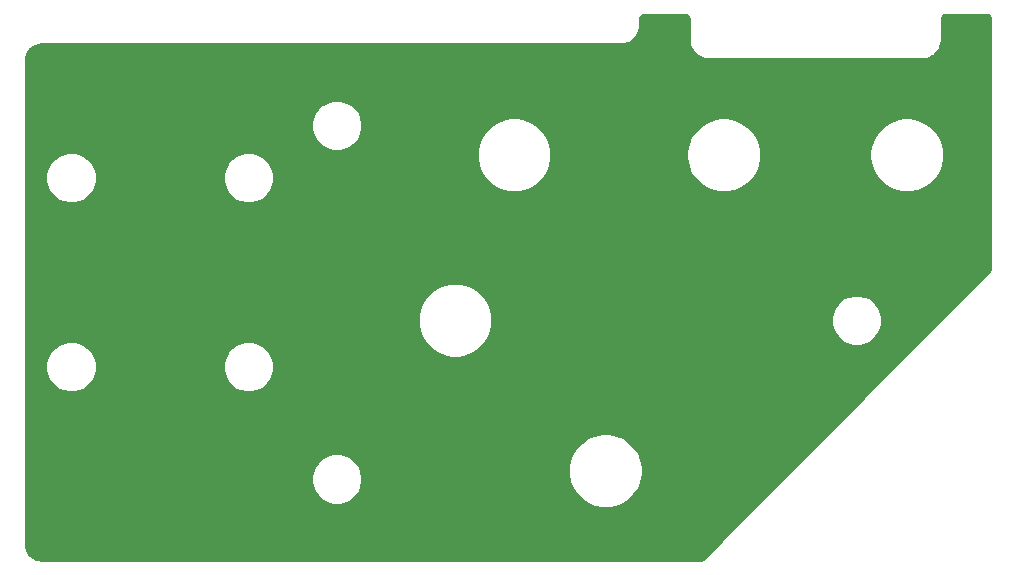
<source format=gbl>
G04 #@! TF.GenerationSoftware,KiCad,Pcbnew,5.1.9+dfsg1-1+deb11u1*
G04 #@! TF.CreationDate,2023-07-28T22:22:45+09:00*
G04 #@! TF.ProjectId,y-carrier,792d6361-7272-4696-9572-2e6b69636164,rev?*
G04 #@! TF.SameCoordinates,Original*
G04 #@! TF.FileFunction,Copper,L2,Bot*
G04 #@! TF.FilePolarity,Positive*
%FSLAX46Y46*%
G04 Gerber Fmt 4.6, Leading zero omitted, Abs format (unit mm)*
G04 Created by KiCad (PCBNEW 5.1.9+dfsg1-1+deb11u1) date 2023-07-28 22:22:45*
%MOMM*%
%LPD*%
G01*
G04 APERTURE LIST*
G04 #@! TA.AperFunction,NonConductor*
%ADD10C,0.254000*%
G04 #@! TD*
G04 #@! TA.AperFunction,NonConductor*
%ADD11C,0.100000*%
G04 #@! TD*
G04 APERTURE END LIST*
D10*
X165691924Y-73219580D02*
X165754856Y-73238580D01*
X165812905Y-73269445D01*
X165863843Y-73310989D01*
X165905748Y-73361644D01*
X165937015Y-73419471D01*
X165956456Y-73482272D01*
X165966500Y-73577836D01*
X165966501Y-75332419D01*
X165969283Y-75360664D01*
X165969240Y-75366801D01*
X165970140Y-75375972D01*
X165990541Y-75570069D01*
X166002568Y-75628658D01*
X166013777Y-75687423D01*
X166016441Y-75696245D01*
X166074153Y-75882683D01*
X166097338Y-75937838D01*
X166119742Y-75993291D01*
X166124068Y-76001427D01*
X166216893Y-76173104D01*
X166250346Y-76222699D01*
X166283100Y-76272753D01*
X166288924Y-76279894D01*
X166413328Y-76430272D01*
X166455763Y-76472411D01*
X166497626Y-76515161D01*
X166504727Y-76521034D01*
X166655969Y-76644384D01*
X166705777Y-76677477D01*
X166755151Y-76711284D01*
X166763257Y-76715667D01*
X166935580Y-76807292D01*
X166990892Y-76830090D01*
X167045866Y-76853652D01*
X167054669Y-76856377D01*
X167241506Y-76912786D01*
X167300186Y-76924405D01*
X167358696Y-76936842D01*
X167367861Y-76937805D01*
X167562094Y-76956850D01*
X167562098Y-76956850D01*
X167594081Y-76960000D01*
X185758919Y-76960000D01*
X185787174Y-76957217D01*
X185793301Y-76957260D01*
X185802472Y-76956360D01*
X185996569Y-76935959D01*
X186055158Y-76923932D01*
X186113923Y-76912723D01*
X186122745Y-76910059D01*
X186309183Y-76852347D01*
X186364338Y-76829162D01*
X186419791Y-76806758D01*
X186427927Y-76802432D01*
X186599604Y-76709607D01*
X186649199Y-76676154D01*
X186699253Y-76643400D01*
X186706394Y-76637576D01*
X186856772Y-76513172D01*
X186898911Y-76470737D01*
X186941661Y-76428874D01*
X186947534Y-76421773D01*
X187070884Y-76270531D01*
X187103977Y-76220723D01*
X187137784Y-76171349D01*
X187142167Y-76163243D01*
X187233792Y-75990920D01*
X187256590Y-75935608D01*
X187280152Y-75880634D01*
X187282877Y-75871831D01*
X187339286Y-75684994D01*
X187350905Y-75626314D01*
X187363342Y-75567804D01*
X187364305Y-75558639D01*
X187383350Y-75364406D01*
X187383350Y-75364402D01*
X187386500Y-75332419D01*
X187386500Y-73582279D01*
X187396080Y-73484576D01*
X187415080Y-73421644D01*
X187445945Y-73363595D01*
X187487489Y-73312657D01*
X187538144Y-73270752D01*
X187595971Y-73239485D01*
X187658772Y-73220044D01*
X187754335Y-73210000D01*
X191144221Y-73210000D01*
X191241924Y-73219580D01*
X191304856Y-73238580D01*
X191362905Y-73269445D01*
X191413843Y-73310989D01*
X191455748Y-73361644D01*
X191487015Y-73419471D01*
X191506456Y-73482272D01*
X191516500Y-73577835D01*
X191516501Y-94605724D01*
X191506919Y-94703448D01*
X191487918Y-94766382D01*
X191457030Y-94824473D01*
X191395149Y-94900373D01*
X167264058Y-119216595D01*
X167188449Y-119279186D01*
X167130631Y-119310473D01*
X167067838Y-119329933D01*
X166972361Y-119340000D01*
X111208779Y-119340000D01*
X110916840Y-119311375D01*
X110667071Y-119235965D01*
X110436706Y-119113477D01*
X110234521Y-118948579D01*
X110068212Y-118747546D01*
X109944122Y-118518046D01*
X109866969Y-118268805D01*
X109836500Y-117978911D01*
X109836500Y-112286323D01*
X134006997Y-112286323D01*
X134006997Y-112713677D01*
X134090370Y-113132821D01*
X134253912Y-113527645D01*
X134491337Y-113882977D01*
X134793523Y-114185163D01*
X135148855Y-114422588D01*
X135543679Y-114586130D01*
X135962823Y-114669503D01*
X136390177Y-114669503D01*
X136809321Y-114586130D01*
X137204145Y-114422588D01*
X137559477Y-114185163D01*
X137861663Y-113882977D01*
X138099088Y-113527645D01*
X138262630Y-113132821D01*
X138346003Y-112713677D01*
X138346003Y-112286323D01*
X138262630Y-111867179D01*
X138101553Y-111478304D01*
X155751813Y-111478304D01*
X155751813Y-112101694D01*
X155873430Y-112713104D01*
X156111990Y-113289041D01*
X156458327Y-113807370D01*
X156899129Y-114248172D01*
X157417458Y-114594509D01*
X157993395Y-114833069D01*
X158604805Y-114954686D01*
X159228195Y-114954686D01*
X159839605Y-114833069D01*
X160415542Y-114594509D01*
X160933871Y-114248172D01*
X161374673Y-113807370D01*
X161721010Y-113289041D01*
X161959570Y-112713104D01*
X162081187Y-112101694D01*
X162081187Y-111478304D01*
X161959570Y-110866894D01*
X161721010Y-110290957D01*
X161374673Y-109772628D01*
X160933871Y-109331826D01*
X160415542Y-108985489D01*
X159839605Y-108746929D01*
X159228195Y-108625312D01*
X158604805Y-108625312D01*
X157993395Y-108746929D01*
X157417458Y-108985489D01*
X156899129Y-109331826D01*
X156458327Y-109772628D01*
X156111990Y-110290957D01*
X155873430Y-110866894D01*
X155751813Y-111478304D01*
X138101553Y-111478304D01*
X138099088Y-111472355D01*
X137861663Y-111117023D01*
X137559477Y-110814837D01*
X137204145Y-110577412D01*
X136809321Y-110413870D01*
X136390177Y-110330497D01*
X135962823Y-110330497D01*
X135543679Y-110413870D01*
X135148855Y-110577412D01*
X134793523Y-110814837D01*
X134491337Y-111117023D01*
X134253912Y-111472355D01*
X134090370Y-111867179D01*
X134006997Y-112286323D01*
X109836500Y-112286323D01*
X109836500Y-102786323D01*
X111506997Y-102786323D01*
X111506997Y-103213677D01*
X111590370Y-103632821D01*
X111753912Y-104027645D01*
X111991337Y-104382977D01*
X112293523Y-104685163D01*
X112648855Y-104922588D01*
X113043679Y-105086130D01*
X113462823Y-105169503D01*
X113890177Y-105169503D01*
X114309321Y-105086130D01*
X114704145Y-104922588D01*
X115059477Y-104685163D01*
X115361663Y-104382977D01*
X115599088Y-104027645D01*
X115762630Y-103632821D01*
X115846003Y-103213677D01*
X115846003Y-102786323D01*
X126506997Y-102786323D01*
X126506997Y-103213677D01*
X126590370Y-103632821D01*
X126753912Y-104027645D01*
X126991337Y-104382977D01*
X127293523Y-104685163D01*
X127648855Y-104922588D01*
X128043679Y-105086130D01*
X128462823Y-105169503D01*
X128890177Y-105169503D01*
X129309321Y-105086130D01*
X129704145Y-104922588D01*
X130059477Y-104685163D01*
X130361663Y-104382977D01*
X130599088Y-104027645D01*
X130762630Y-103632821D01*
X130846003Y-103213677D01*
X130846003Y-102786323D01*
X130762630Y-102367179D01*
X130599088Y-101972355D01*
X130361663Y-101617023D01*
X130059477Y-101314837D01*
X129704145Y-101077412D01*
X129309321Y-100913870D01*
X128890177Y-100830497D01*
X128462823Y-100830497D01*
X128043679Y-100913870D01*
X127648855Y-101077412D01*
X127293523Y-101314837D01*
X126991337Y-101617023D01*
X126753912Y-101972355D01*
X126590370Y-102367179D01*
X126506997Y-102786323D01*
X115846003Y-102786323D01*
X115762630Y-102367179D01*
X115599088Y-101972355D01*
X115361663Y-101617023D01*
X115059477Y-101314837D01*
X114704145Y-101077412D01*
X114309321Y-100913870D01*
X113890177Y-100830497D01*
X113462823Y-100830497D01*
X113043679Y-100913870D01*
X112648855Y-101077412D01*
X112293523Y-101314837D01*
X111991337Y-101617023D01*
X111753912Y-101972355D01*
X111590370Y-102367179D01*
X111506997Y-102786323D01*
X109836500Y-102786323D01*
X109836500Y-98738305D01*
X143011813Y-98738305D01*
X143011813Y-99361695D01*
X143133430Y-99973105D01*
X143371990Y-100549042D01*
X143718327Y-101067371D01*
X144159129Y-101508173D01*
X144677458Y-101854510D01*
X145253395Y-102093070D01*
X145864805Y-102214687D01*
X146488195Y-102214687D01*
X147099605Y-102093070D01*
X147675542Y-101854510D01*
X148193871Y-101508173D01*
X148634673Y-101067371D01*
X148981010Y-100549042D01*
X149219570Y-99973105D01*
X149341187Y-99361695D01*
X149341187Y-98836323D01*
X178006997Y-98836323D01*
X178006997Y-99263677D01*
X178090370Y-99682821D01*
X178253912Y-100077645D01*
X178491337Y-100432977D01*
X178793523Y-100735163D01*
X179148855Y-100972588D01*
X179543679Y-101136130D01*
X179962823Y-101219503D01*
X180390177Y-101219503D01*
X180809321Y-101136130D01*
X181204145Y-100972588D01*
X181559477Y-100735163D01*
X181861663Y-100432977D01*
X182099088Y-100077645D01*
X182262630Y-99682821D01*
X182346003Y-99263677D01*
X182346003Y-98836323D01*
X182262630Y-98417179D01*
X182099088Y-98022355D01*
X181861663Y-97667023D01*
X181559477Y-97364837D01*
X181204145Y-97127412D01*
X180809321Y-96963870D01*
X180390177Y-96880497D01*
X179962823Y-96880497D01*
X179543679Y-96963870D01*
X179148855Y-97127412D01*
X178793523Y-97364837D01*
X178491337Y-97667023D01*
X178253912Y-98022355D01*
X178090370Y-98417179D01*
X178006997Y-98836323D01*
X149341187Y-98836323D01*
X149341187Y-98738305D01*
X149219570Y-98126895D01*
X148981010Y-97550958D01*
X148634673Y-97032629D01*
X148193871Y-96591827D01*
X147675542Y-96245490D01*
X147099605Y-96006930D01*
X146488195Y-95885313D01*
X145864805Y-95885313D01*
X145253395Y-96006930D01*
X144677458Y-96245490D01*
X144159129Y-96591827D01*
X143718327Y-97032629D01*
X143371990Y-97550958D01*
X143133430Y-98126895D01*
X143011813Y-98738305D01*
X109836500Y-98738305D01*
X109836500Y-86786323D01*
X111506997Y-86786323D01*
X111506997Y-87213677D01*
X111590370Y-87632821D01*
X111753912Y-88027645D01*
X111991337Y-88382977D01*
X112293523Y-88685163D01*
X112648855Y-88922588D01*
X113043679Y-89086130D01*
X113462823Y-89169503D01*
X113890177Y-89169503D01*
X114309321Y-89086130D01*
X114704145Y-88922588D01*
X115059477Y-88685163D01*
X115361663Y-88382977D01*
X115599088Y-88027645D01*
X115762630Y-87632821D01*
X115846003Y-87213677D01*
X115846003Y-86786323D01*
X126506997Y-86786323D01*
X126506997Y-87213677D01*
X126590370Y-87632821D01*
X126753912Y-88027645D01*
X126991337Y-88382977D01*
X127293523Y-88685163D01*
X127648855Y-88922588D01*
X128043679Y-89086130D01*
X128462823Y-89169503D01*
X128890177Y-89169503D01*
X129309321Y-89086130D01*
X129704145Y-88922588D01*
X130059477Y-88685163D01*
X130361663Y-88382977D01*
X130599088Y-88027645D01*
X130762630Y-87632821D01*
X130846003Y-87213677D01*
X130846003Y-86786323D01*
X130762630Y-86367179D01*
X130599088Y-85972355D01*
X130361663Y-85617023D01*
X130059477Y-85314837D01*
X129704145Y-85077412D01*
X129309321Y-84913870D01*
X128890177Y-84830497D01*
X128462823Y-84830497D01*
X128043679Y-84913870D01*
X127648855Y-85077412D01*
X127293523Y-85314837D01*
X126991337Y-85617023D01*
X126753912Y-85972355D01*
X126590370Y-86367179D01*
X126506997Y-86786323D01*
X115846003Y-86786323D01*
X115762630Y-86367179D01*
X115599088Y-85972355D01*
X115361663Y-85617023D01*
X115059477Y-85314837D01*
X114704145Y-85077412D01*
X114309321Y-84913870D01*
X113890177Y-84830497D01*
X113462823Y-84830497D01*
X113043679Y-84913870D01*
X112648855Y-85077412D01*
X112293523Y-85314837D01*
X111991337Y-85617023D01*
X111753912Y-85972355D01*
X111590370Y-86367179D01*
X111506997Y-86786323D01*
X109836500Y-86786323D01*
X109836500Y-84738305D01*
X148011813Y-84738305D01*
X148011813Y-85361695D01*
X148133430Y-85973105D01*
X148371990Y-86549042D01*
X148718327Y-87067371D01*
X149159129Y-87508173D01*
X149677458Y-87854510D01*
X150253395Y-88093070D01*
X150864805Y-88214687D01*
X151488195Y-88214687D01*
X152099605Y-88093070D01*
X152675542Y-87854510D01*
X153193871Y-87508173D01*
X153634673Y-87067371D01*
X153981010Y-86549042D01*
X154219570Y-85973105D01*
X154341187Y-85361695D01*
X154341187Y-84738305D01*
X165761813Y-84738305D01*
X165761813Y-85361695D01*
X165883430Y-85973105D01*
X166121990Y-86549042D01*
X166468327Y-87067371D01*
X166909129Y-87508173D01*
X167427458Y-87854510D01*
X168003395Y-88093070D01*
X168614805Y-88214687D01*
X169238195Y-88214687D01*
X169849605Y-88093070D01*
X170425542Y-87854510D01*
X170943871Y-87508173D01*
X171384673Y-87067371D01*
X171731010Y-86549042D01*
X171969570Y-85973105D01*
X172091187Y-85361695D01*
X172091187Y-84738305D01*
X181261813Y-84738305D01*
X181261813Y-85361695D01*
X181383430Y-85973105D01*
X181621990Y-86549042D01*
X181968327Y-87067371D01*
X182409129Y-87508173D01*
X182927458Y-87854510D01*
X183503395Y-88093070D01*
X184114805Y-88214687D01*
X184738195Y-88214687D01*
X185349605Y-88093070D01*
X185925542Y-87854510D01*
X186443871Y-87508173D01*
X186884673Y-87067371D01*
X187231010Y-86549042D01*
X187469570Y-85973105D01*
X187591187Y-85361695D01*
X187591187Y-84738305D01*
X187469570Y-84126895D01*
X187231010Y-83550958D01*
X186884673Y-83032629D01*
X186443871Y-82591827D01*
X185925542Y-82245490D01*
X185349605Y-82006930D01*
X184738195Y-81885313D01*
X184114805Y-81885313D01*
X183503395Y-82006930D01*
X182927458Y-82245490D01*
X182409129Y-82591827D01*
X181968327Y-83032629D01*
X181621990Y-83550958D01*
X181383430Y-84126895D01*
X181261813Y-84738305D01*
X172091187Y-84738305D01*
X171969570Y-84126895D01*
X171731010Y-83550958D01*
X171384673Y-83032629D01*
X170943871Y-82591827D01*
X170425542Y-82245490D01*
X169849605Y-82006930D01*
X169238195Y-81885313D01*
X168614805Y-81885313D01*
X168003395Y-82006930D01*
X167427458Y-82245490D01*
X166909129Y-82591827D01*
X166468327Y-83032629D01*
X166121990Y-83550958D01*
X165883430Y-84126895D01*
X165761813Y-84738305D01*
X154341187Y-84738305D01*
X154219570Y-84126895D01*
X153981010Y-83550958D01*
X153634673Y-83032629D01*
X153193871Y-82591827D01*
X152675542Y-82245490D01*
X152099605Y-82006930D01*
X151488195Y-81885313D01*
X150864805Y-81885313D01*
X150253395Y-82006930D01*
X149677458Y-82245490D01*
X149159129Y-82591827D01*
X148718327Y-83032629D01*
X148371990Y-83550958D01*
X148133430Y-84126895D01*
X148011813Y-84738305D01*
X109836500Y-84738305D01*
X109836500Y-82336323D01*
X134006997Y-82336323D01*
X134006997Y-82763677D01*
X134090370Y-83182821D01*
X134253912Y-83577645D01*
X134491337Y-83932977D01*
X134793523Y-84235163D01*
X135148855Y-84472588D01*
X135543679Y-84636130D01*
X135962823Y-84719503D01*
X136390177Y-84719503D01*
X136809321Y-84636130D01*
X137204145Y-84472588D01*
X137559477Y-84235163D01*
X137861663Y-83932977D01*
X138099088Y-83577645D01*
X138262630Y-83182821D01*
X138346003Y-82763677D01*
X138346003Y-82336323D01*
X138262630Y-81917179D01*
X138099088Y-81522355D01*
X137861663Y-81167023D01*
X137559477Y-80864837D01*
X137204145Y-80627412D01*
X136809321Y-80463870D01*
X136390177Y-80380497D01*
X135962823Y-80380497D01*
X135543679Y-80463870D01*
X135148855Y-80627412D01*
X134793523Y-80864837D01*
X134491337Y-81167023D01*
X134253912Y-81522355D01*
X134090370Y-81917179D01*
X134006997Y-82336323D01*
X109836500Y-82336323D01*
X109836500Y-77082279D01*
X109865125Y-76790341D01*
X109940535Y-76540571D01*
X110063022Y-76310208D01*
X110227922Y-76108020D01*
X110428950Y-75941714D01*
X110658454Y-75817622D01*
X110907695Y-75740469D01*
X111197588Y-75710000D01*
X160208919Y-75710000D01*
X160237174Y-75707217D01*
X160243301Y-75707260D01*
X160252472Y-75706360D01*
X160446569Y-75685959D01*
X160505158Y-75673932D01*
X160563923Y-75662723D01*
X160572745Y-75660059D01*
X160759183Y-75602347D01*
X160814338Y-75579162D01*
X160869791Y-75556758D01*
X160877927Y-75552432D01*
X161049604Y-75459607D01*
X161099199Y-75426154D01*
X161149253Y-75393400D01*
X161156394Y-75387576D01*
X161306772Y-75263172D01*
X161348911Y-75220737D01*
X161391661Y-75178874D01*
X161397534Y-75171773D01*
X161520884Y-75020531D01*
X161553977Y-74970723D01*
X161587784Y-74921349D01*
X161592167Y-74913243D01*
X161683792Y-74740920D01*
X161706590Y-74685608D01*
X161730152Y-74630634D01*
X161732877Y-74621831D01*
X161789286Y-74434994D01*
X161800905Y-74376314D01*
X161813342Y-74317804D01*
X161814305Y-74308639D01*
X161833350Y-74114406D01*
X161833350Y-74114402D01*
X161836500Y-74082419D01*
X161836500Y-73582279D01*
X161846080Y-73484576D01*
X161865080Y-73421644D01*
X161895945Y-73363595D01*
X161937489Y-73312657D01*
X161988144Y-73270752D01*
X162045971Y-73239485D01*
X162108772Y-73220044D01*
X162204335Y-73210000D01*
X165594221Y-73210000D01*
X165691924Y-73219580D01*
G04 #@! TA.AperFunction,NonConductor*
D11*
G36*
X165691924Y-73219580D02*
G01*
X165754856Y-73238580D01*
X165812905Y-73269445D01*
X165863843Y-73310989D01*
X165905748Y-73361644D01*
X165937015Y-73419471D01*
X165956456Y-73482272D01*
X165966500Y-73577836D01*
X165966501Y-75332419D01*
X165969283Y-75360664D01*
X165969240Y-75366801D01*
X165970140Y-75375972D01*
X165990541Y-75570069D01*
X166002568Y-75628658D01*
X166013777Y-75687423D01*
X166016441Y-75696245D01*
X166074153Y-75882683D01*
X166097338Y-75937838D01*
X166119742Y-75993291D01*
X166124068Y-76001427D01*
X166216893Y-76173104D01*
X166250346Y-76222699D01*
X166283100Y-76272753D01*
X166288924Y-76279894D01*
X166413328Y-76430272D01*
X166455763Y-76472411D01*
X166497626Y-76515161D01*
X166504727Y-76521034D01*
X166655969Y-76644384D01*
X166705777Y-76677477D01*
X166755151Y-76711284D01*
X166763257Y-76715667D01*
X166935580Y-76807292D01*
X166990892Y-76830090D01*
X167045866Y-76853652D01*
X167054669Y-76856377D01*
X167241506Y-76912786D01*
X167300186Y-76924405D01*
X167358696Y-76936842D01*
X167367861Y-76937805D01*
X167562094Y-76956850D01*
X167562098Y-76956850D01*
X167594081Y-76960000D01*
X185758919Y-76960000D01*
X185787174Y-76957217D01*
X185793301Y-76957260D01*
X185802472Y-76956360D01*
X185996569Y-76935959D01*
X186055158Y-76923932D01*
X186113923Y-76912723D01*
X186122745Y-76910059D01*
X186309183Y-76852347D01*
X186364338Y-76829162D01*
X186419791Y-76806758D01*
X186427927Y-76802432D01*
X186599604Y-76709607D01*
X186649199Y-76676154D01*
X186699253Y-76643400D01*
X186706394Y-76637576D01*
X186856772Y-76513172D01*
X186898911Y-76470737D01*
X186941661Y-76428874D01*
X186947534Y-76421773D01*
X187070884Y-76270531D01*
X187103977Y-76220723D01*
X187137784Y-76171349D01*
X187142167Y-76163243D01*
X187233792Y-75990920D01*
X187256590Y-75935608D01*
X187280152Y-75880634D01*
X187282877Y-75871831D01*
X187339286Y-75684994D01*
X187350905Y-75626314D01*
X187363342Y-75567804D01*
X187364305Y-75558639D01*
X187383350Y-75364406D01*
X187383350Y-75364402D01*
X187386500Y-75332419D01*
X187386500Y-73582279D01*
X187396080Y-73484576D01*
X187415080Y-73421644D01*
X187445945Y-73363595D01*
X187487489Y-73312657D01*
X187538144Y-73270752D01*
X187595971Y-73239485D01*
X187658772Y-73220044D01*
X187754335Y-73210000D01*
X191144221Y-73210000D01*
X191241924Y-73219580D01*
X191304856Y-73238580D01*
X191362905Y-73269445D01*
X191413843Y-73310989D01*
X191455748Y-73361644D01*
X191487015Y-73419471D01*
X191506456Y-73482272D01*
X191516500Y-73577835D01*
X191516501Y-94605724D01*
X191506919Y-94703448D01*
X191487918Y-94766382D01*
X191457030Y-94824473D01*
X191395149Y-94900373D01*
X167264058Y-119216595D01*
X167188449Y-119279186D01*
X167130631Y-119310473D01*
X167067838Y-119329933D01*
X166972361Y-119340000D01*
X111208779Y-119340000D01*
X110916840Y-119311375D01*
X110667071Y-119235965D01*
X110436706Y-119113477D01*
X110234521Y-118948579D01*
X110068212Y-118747546D01*
X109944122Y-118518046D01*
X109866969Y-118268805D01*
X109836500Y-117978911D01*
X109836500Y-112286323D01*
X134006997Y-112286323D01*
X134006997Y-112713677D01*
X134090370Y-113132821D01*
X134253912Y-113527645D01*
X134491337Y-113882977D01*
X134793523Y-114185163D01*
X135148855Y-114422588D01*
X135543679Y-114586130D01*
X135962823Y-114669503D01*
X136390177Y-114669503D01*
X136809321Y-114586130D01*
X137204145Y-114422588D01*
X137559477Y-114185163D01*
X137861663Y-113882977D01*
X138099088Y-113527645D01*
X138262630Y-113132821D01*
X138346003Y-112713677D01*
X138346003Y-112286323D01*
X138262630Y-111867179D01*
X138101553Y-111478304D01*
X155751813Y-111478304D01*
X155751813Y-112101694D01*
X155873430Y-112713104D01*
X156111990Y-113289041D01*
X156458327Y-113807370D01*
X156899129Y-114248172D01*
X157417458Y-114594509D01*
X157993395Y-114833069D01*
X158604805Y-114954686D01*
X159228195Y-114954686D01*
X159839605Y-114833069D01*
X160415542Y-114594509D01*
X160933871Y-114248172D01*
X161374673Y-113807370D01*
X161721010Y-113289041D01*
X161959570Y-112713104D01*
X162081187Y-112101694D01*
X162081187Y-111478304D01*
X161959570Y-110866894D01*
X161721010Y-110290957D01*
X161374673Y-109772628D01*
X160933871Y-109331826D01*
X160415542Y-108985489D01*
X159839605Y-108746929D01*
X159228195Y-108625312D01*
X158604805Y-108625312D01*
X157993395Y-108746929D01*
X157417458Y-108985489D01*
X156899129Y-109331826D01*
X156458327Y-109772628D01*
X156111990Y-110290957D01*
X155873430Y-110866894D01*
X155751813Y-111478304D01*
X138101553Y-111478304D01*
X138099088Y-111472355D01*
X137861663Y-111117023D01*
X137559477Y-110814837D01*
X137204145Y-110577412D01*
X136809321Y-110413870D01*
X136390177Y-110330497D01*
X135962823Y-110330497D01*
X135543679Y-110413870D01*
X135148855Y-110577412D01*
X134793523Y-110814837D01*
X134491337Y-111117023D01*
X134253912Y-111472355D01*
X134090370Y-111867179D01*
X134006997Y-112286323D01*
X109836500Y-112286323D01*
X109836500Y-102786323D01*
X111506997Y-102786323D01*
X111506997Y-103213677D01*
X111590370Y-103632821D01*
X111753912Y-104027645D01*
X111991337Y-104382977D01*
X112293523Y-104685163D01*
X112648855Y-104922588D01*
X113043679Y-105086130D01*
X113462823Y-105169503D01*
X113890177Y-105169503D01*
X114309321Y-105086130D01*
X114704145Y-104922588D01*
X115059477Y-104685163D01*
X115361663Y-104382977D01*
X115599088Y-104027645D01*
X115762630Y-103632821D01*
X115846003Y-103213677D01*
X115846003Y-102786323D01*
X126506997Y-102786323D01*
X126506997Y-103213677D01*
X126590370Y-103632821D01*
X126753912Y-104027645D01*
X126991337Y-104382977D01*
X127293523Y-104685163D01*
X127648855Y-104922588D01*
X128043679Y-105086130D01*
X128462823Y-105169503D01*
X128890177Y-105169503D01*
X129309321Y-105086130D01*
X129704145Y-104922588D01*
X130059477Y-104685163D01*
X130361663Y-104382977D01*
X130599088Y-104027645D01*
X130762630Y-103632821D01*
X130846003Y-103213677D01*
X130846003Y-102786323D01*
X130762630Y-102367179D01*
X130599088Y-101972355D01*
X130361663Y-101617023D01*
X130059477Y-101314837D01*
X129704145Y-101077412D01*
X129309321Y-100913870D01*
X128890177Y-100830497D01*
X128462823Y-100830497D01*
X128043679Y-100913870D01*
X127648855Y-101077412D01*
X127293523Y-101314837D01*
X126991337Y-101617023D01*
X126753912Y-101972355D01*
X126590370Y-102367179D01*
X126506997Y-102786323D01*
X115846003Y-102786323D01*
X115762630Y-102367179D01*
X115599088Y-101972355D01*
X115361663Y-101617023D01*
X115059477Y-101314837D01*
X114704145Y-101077412D01*
X114309321Y-100913870D01*
X113890177Y-100830497D01*
X113462823Y-100830497D01*
X113043679Y-100913870D01*
X112648855Y-101077412D01*
X112293523Y-101314837D01*
X111991337Y-101617023D01*
X111753912Y-101972355D01*
X111590370Y-102367179D01*
X111506997Y-102786323D01*
X109836500Y-102786323D01*
X109836500Y-98738305D01*
X143011813Y-98738305D01*
X143011813Y-99361695D01*
X143133430Y-99973105D01*
X143371990Y-100549042D01*
X143718327Y-101067371D01*
X144159129Y-101508173D01*
X144677458Y-101854510D01*
X145253395Y-102093070D01*
X145864805Y-102214687D01*
X146488195Y-102214687D01*
X147099605Y-102093070D01*
X147675542Y-101854510D01*
X148193871Y-101508173D01*
X148634673Y-101067371D01*
X148981010Y-100549042D01*
X149219570Y-99973105D01*
X149341187Y-99361695D01*
X149341187Y-98836323D01*
X178006997Y-98836323D01*
X178006997Y-99263677D01*
X178090370Y-99682821D01*
X178253912Y-100077645D01*
X178491337Y-100432977D01*
X178793523Y-100735163D01*
X179148855Y-100972588D01*
X179543679Y-101136130D01*
X179962823Y-101219503D01*
X180390177Y-101219503D01*
X180809321Y-101136130D01*
X181204145Y-100972588D01*
X181559477Y-100735163D01*
X181861663Y-100432977D01*
X182099088Y-100077645D01*
X182262630Y-99682821D01*
X182346003Y-99263677D01*
X182346003Y-98836323D01*
X182262630Y-98417179D01*
X182099088Y-98022355D01*
X181861663Y-97667023D01*
X181559477Y-97364837D01*
X181204145Y-97127412D01*
X180809321Y-96963870D01*
X180390177Y-96880497D01*
X179962823Y-96880497D01*
X179543679Y-96963870D01*
X179148855Y-97127412D01*
X178793523Y-97364837D01*
X178491337Y-97667023D01*
X178253912Y-98022355D01*
X178090370Y-98417179D01*
X178006997Y-98836323D01*
X149341187Y-98836323D01*
X149341187Y-98738305D01*
X149219570Y-98126895D01*
X148981010Y-97550958D01*
X148634673Y-97032629D01*
X148193871Y-96591827D01*
X147675542Y-96245490D01*
X147099605Y-96006930D01*
X146488195Y-95885313D01*
X145864805Y-95885313D01*
X145253395Y-96006930D01*
X144677458Y-96245490D01*
X144159129Y-96591827D01*
X143718327Y-97032629D01*
X143371990Y-97550958D01*
X143133430Y-98126895D01*
X143011813Y-98738305D01*
X109836500Y-98738305D01*
X109836500Y-86786323D01*
X111506997Y-86786323D01*
X111506997Y-87213677D01*
X111590370Y-87632821D01*
X111753912Y-88027645D01*
X111991337Y-88382977D01*
X112293523Y-88685163D01*
X112648855Y-88922588D01*
X113043679Y-89086130D01*
X113462823Y-89169503D01*
X113890177Y-89169503D01*
X114309321Y-89086130D01*
X114704145Y-88922588D01*
X115059477Y-88685163D01*
X115361663Y-88382977D01*
X115599088Y-88027645D01*
X115762630Y-87632821D01*
X115846003Y-87213677D01*
X115846003Y-86786323D01*
X126506997Y-86786323D01*
X126506997Y-87213677D01*
X126590370Y-87632821D01*
X126753912Y-88027645D01*
X126991337Y-88382977D01*
X127293523Y-88685163D01*
X127648855Y-88922588D01*
X128043679Y-89086130D01*
X128462823Y-89169503D01*
X128890177Y-89169503D01*
X129309321Y-89086130D01*
X129704145Y-88922588D01*
X130059477Y-88685163D01*
X130361663Y-88382977D01*
X130599088Y-88027645D01*
X130762630Y-87632821D01*
X130846003Y-87213677D01*
X130846003Y-86786323D01*
X130762630Y-86367179D01*
X130599088Y-85972355D01*
X130361663Y-85617023D01*
X130059477Y-85314837D01*
X129704145Y-85077412D01*
X129309321Y-84913870D01*
X128890177Y-84830497D01*
X128462823Y-84830497D01*
X128043679Y-84913870D01*
X127648855Y-85077412D01*
X127293523Y-85314837D01*
X126991337Y-85617023D01*
X126753912Y-85972355D01*
X126590370Y-86367179D01*
X126506997Y-86786323D01*
X115846003Y-86786323D01*
X115762630Y-86367179D01*
X115599088Y-85972355D01*
X115361663Y-85617023D01*
X115059477Y-85314837D01*
X114704145Y-85077412D01*
X114309321Y-84913870D01*
X113890177Y-84830497D01*
X113462823Y-84830497D01*
X113043679Y-84913870D01*
X112648855Y-85077412D01*
X112293523Y-85314837D01*
X111991337Y-85617023D01*
X111753912Y-85972355D01*
X111590370Y-86367179D01*
X111506997Y-86786323D01*
X109836500Y-86786323D01*
X109836500Y-84738305D01*
X148011813Y-84738305D01*
X148011813Y-85361695D01*
X148133430Y-85973105D01*
X148371990Y-86549042D01*
X148718327Y-87067371D01*
X149159129Y-87508173D01*
X149677458Y-87854510D01*
X150253395Y-88093070D01*
X150864805Y-88214687D01*
X151488195Y-88214687D01*
X152099605Y-88093070D01*
X152675542Y-87854510D01*
X153193871Y-87508173D01*
X153634673Y-87067371D01*
X153981010Y-86549042D01*
X154219570Y-85973105D01*
X154341187Y-85361695D01*
X154341187Y-84738305D01*
X165761813Y-84738305D01*
X165761813Y-85361695D01*
X165883430Y-85973105D01*
X166121990Y-86549042D01*
X166468327Y-87067371D01*
X166909129Y-87508173D01*
X167427458Y-87854510D01*
X168003395Y-88093070D01*
X168614805Y-88214687D01*
X169238195Y-88214687D01*
X169849605Y-88093070D01*
X170425542Y-87854510D01*
X170943871Y-87508173D01*
X171384673Y-87067371D01*
X171731010Y-86549042D01*
X171969570Y-85973105D01*
X172091187Y-85361695D01*
X172091187Y-84738305D01*
X181261813Y-84738305D01*
X181261813Y-85361695D01*
X181383430Y-85973105D01*
X181621990Y-86549042D01*
X181968327Y-87067371D01*
X182409129Y-87508173D01*
X182927458Y-87854510D01*
X183503395Y-88093070D01*
X184114805Y-88214687D01*
X184738195Y-88214687D01*
X185349605Y-88093070D01*
X185925542Y-87854510D01*
X186443871Y-87508173D01*
X186884673Y-87067371D01*
X187231010Y-86549042D01*
X187469570Y-85973105D01*
X187591187Y-85361695D01*
X187591187Y-84738305D01*
X187469570Y-84126895D01*
X187231010Y-83550958D01*
X186884673Y-83032629D01*
X186443871Y-82591827D01*
X185925542Y-82245490D01*
X185349605Y-82006930D01*
X184738195Y-81885313D01*
X184114805Y-81885313D01*
X183503395Y-82006930D01*
X182927458Y-82245490D01*
X182409129Y-82591827D01*
X181968327Y-83032629D01*
X181621990Y-83550958D01*
X181383430Y-84126895D01*
X181261813Y-84738305D01*
X172091187Y-84738305D01*
X171969570Y-84126895D01*
X171731010Y-83550958D01*
X171384673Y-83032629D01*
X170943871Y-82591827D01*
X170425542Y-82245490D01*
X169849605Y-82006930D01*
X169238195Y-81885313D01*
X168614805Y-81885313D01*
X168003395Y-82006930D01*
X167427458Y-82245490D01*
X166909129Y-82591827D01*
X166468327Y-83032629D01*
X166121990Y-83550958D01*
X165883430Y-84126895D01*
X165761813Y-84738305D01*
X154341187Y-84738305D01*
X154219570Y-84126895D01*
X153981010Y-83550958D01*
X153634673Y-83032629D01*
X153193871Y-82591827D01*
X152675542Y-82245490D01*
X152099605Y-82006930D01*
X151488195Y-81885313D01*
X150864805Y-81885313D01*
X150253395Y-82006930D01*
X149677458Y-82245490D01*
X149159129Y-82591827D01*
X148718327Y-83032629D01*
X148371990Y-83550958D01*
X148133430Y-84126895D01*
X148011813Y-84738305D01*
X109836500Y-84738305D01*
X109836500Y-82336323D01*
X134006997Y-82336323D01*
X134006997Y-82763677D01*
X134090370Y-83182821D01*
X134253912Y-83577645D01*
X134491337Y-83932977D01*
X134793523Y-84235163D01*
X135148855Y-84472588D01*
X135543679Y-84636130D01*
X135962823Y-84719503D01*
X136390177Y-84719503D01*
X136809321Y-84636130D01*
X137204145Y-84472588D01*
X137559477Y-84235163D01*
X137861663Y-83932977D01*
X138099088Y-83577645D01*
X138262630Y-83182821D01*
X138346003Y-82763677D01*
X138346003Y-82336323D01*
X138262630Y-81917179D01*
X138099088Y-81522355D01*
X137861663Y-81167023D01*
X137559477Y-80864837D01*
X137204145Y-80627412D01*
X136809321Y-80463870D01*
X136390177Y-80380497D01*
X135962823Y-80380497D01*
X135543679Y-80463870D01*
X135148855Y-80627412D01*
X134793523Y-80864837D01*
X134491337Y-81167023D01*
X134253912Y-81522355D01*
X134090370Y-81917179D01*
X134006997Y-82336323D01*
X109836500Y-82336323D01*
X109836500Y-77082279D01*
X109865125Y-76790341D01*
X109940535Y-76540571D01*
X110063022Y-76310208D01*
X110227922Y-76108020D01*
X110428950Y-75941714D01*
X110658454Y-75817622D01*
X110907695Y-75740469D01*
X111197588Y-75710000D01*
X160208919Y-75710000D01*
X160237174Y-75707217D01*
X160243301Y-75707260D01*
X160252472Y-75706360D01*
X160446569Y-75685959D01*
X160505158Y-75673932D01*
X160563923Y-75662723D01*
X160572745Y-75660059D01*
X160759183Y-75602347D01*
X160814338Y-75579162D01*
X160869791Y-75556758D01*
X160877927Y-75552432D01*
X161049604Y-75459607D01*
X161099199Y-75426154D01*
X161149253Y-75393400D01*
X161156394Y-75387576D01*
X161306772Y-75263172D01*
X161348911Y-75220737D01*
X161391661Y-75178874D01*
X161397534Y-75171773D01*
X161520884Y-75020531D01*
X161553977Y-74970723D01*
X161587784Y-74921349D01*
X161592167Y-74913243D01*
X161683792Y-74740920D01*
X161706590Y-74685608D01*
X161730152Y-74630634D01*
X161732877Y-74621831D01*
X161789286Y-74434994D01*
X161800905Y-74376314D01*
X161813342Y-74317804D01*
X161814305Y-74308639D01*
X161833350Y-74114406D01*
X161833350Y-74114402D01*
X161836500Y-74082419D01*
X161836500Y-73582279D01*
X161846080Y-73484576D01*
X161865080Y-73421644D01*
X161895945Y-73363595D01*
X161937489Y-73312657D01*
X161988144Y-73270752D01*
X162045971Y-73239485D01*
X162108772Y-73220044D01*
X162204335Y-73210000D01*
X165594221Y-73210000D01*
X165691924Y-73219580D01*
G37*
G04 #@! TD.AperFunction*
M02*

</source>
